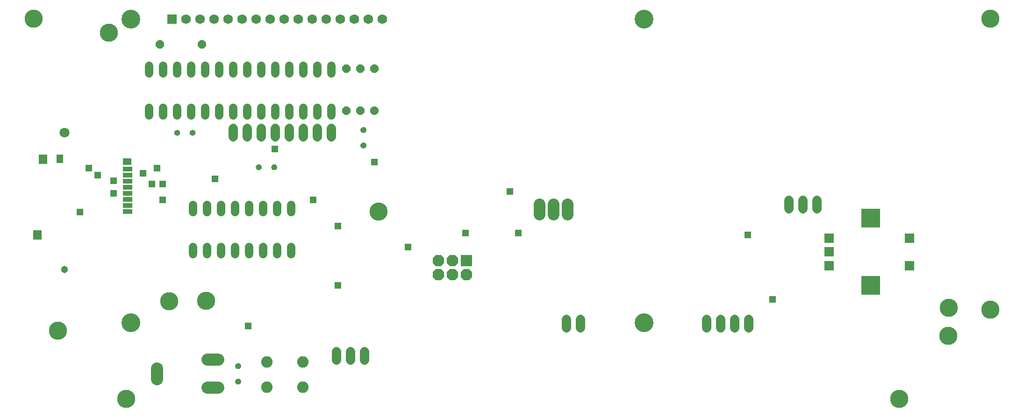
<source format=gts>
G75*
G70*
%OFA0B0*%
%FSLAX24Y24*%
%IPPOS*%
%LPD*%
%AMOC8*
5,1,8,0,0,1.08239X$1,22.5*
%
%ADD10R,0.0820X0.0820*%
%ADD11OC8,0.0820*%
%ADD12C,0.1300*%
%ADD13C,0.0680*%
%ADD14C,0.0600*%
%ADD15OC8,0.0600*%
%ADD16R,0.0674X0.0674*%
%ADD17R,0.1346X0.1346*%
%ADD18R,0.0680X0.0680*%
%ADD19C,0.0680*%
%ADD20C,0.1340*%
%ADD21C,0.0860*%
%ADD22C,0.0050*%
%ADD23C,0.0710*%
%ADD24C,0.0513*%
%ADD25R,0.0611X0.0671*%
%ADD26R,0.0474X0.0631*%
%ADD27R,0.0592X0.0474*%
%ADD28R,0.0671X0.0375*%
%ADD29C,0.0820*%
%ADD30C,0.0674*%
%ADD31C,0.0820*%
%ADD32R,0.0476X0.0476*%
D10*
X033031Y011181D03*
D11*
X032031Y011181D03*
X031031Y011181D03*
X031031Y010181D03*
X032031Y010181D03*
X033031Y010181D03*
D12*
X008781Y001306D03*
X003906Y006181D03*
X011826Y008289D03*
X014451Y008314D03*
X026781Y014681D03*
X007531Y027431D03*
X002156Y028431D03*
X067426Y007826D03*
X070406Y007681D03*
X067413Y005814D03*
X063906Y001306D03*
X070406Y028431D03*
D13*
X058031Y015481D02*
X058031Y014881D01*
X057031Y014881D02*
X057031Y015481D01*
X056031Y015481D02*
X056031Y014881D01*
X053156Y006981D02*
X053156Y006381D01*
X052156Y006381D02*
X052156Y006981D01*
X051156Y006981D02*
X051156Y006381D01*
X050156Y006381D02*
X050156Y006981D01*
X041156Y006981D02*
X041156Y006381D01*
X040156Y006381D02*
X040156Y006981D01*
X023388Y020014D02*
X023388Y020614D01*
X022388Y020614D02*
X022388Y020014D01*
X021388Y020014D02*
X021388Y020614D01*
X020388Y020614D02*
X020388Y020014D01*
X019388Y020014D02*
X019388Y020614D01*
X018388Y020614D02*
X018388Y020014D01*
X017388Y020014D02*
X017388Y020614D01*
X016388Y020614D02*
X016388Y020014D01*
D14*
X016401Y021554D02*
X016401Y022074D01*
X017401Y022074D02*
X017401Y021554D01*
X018401Y021554D02*
X018401Y022074D01*
X019401Y022074D02*
X019401Y021554D01*
X020401Y021554D02*
X020401Y022074D01*
X021401Y022074D02*
X021401Y021554D01*
X022401Y021554D02*
X022401Y022074D01*
X023401Y022074D02*
X023401Y021554D01*
X015401Y021554D02*
X015401Y022074D01*
X014401Y022074D02*
X014401Y021554D01*
X013401Y021554D02*
X013401Y022074D01*
X012401Y022074D02*
X012401Y021554D01*
X011401Y021554D02*
X011401Y022074D01*
X010401Y022074D02*
X010401Y021554D01*
X010401Y024554D02*
X010401Y025074D01*
X011401Y025074D02*
X011401Y024554D01*
X012401Y024554D02*
X012401Y025074D01*
X013401Y025074D02*
X013401Y024554D01*
X014401Y024554D02*
X014401Y025074D01*
X015401Y025074D02*
X015401Y024554D01*
X016401Y024554D02*
X016401Y025074D01*
X017401Y025074D02*
X017401Y024554D01*
X018401Y024554D02*
X018401Y025074D01*
X019401Y025074D02*
X019401Y024554D01*
X020401Y024554D02*
X020401Y025074D01*
X021401Y025074D02*
X021401Y024554D01*
X022401Y024554D02*
X022401Y025074D01*
X023401Y025074D02*
X023401Y024554D01*
X020526Y015161D02*
X020526Y014641D01*
X019526Y014641D02*
X019526Y015161D01*
X018526Y015161D02*
X018526Y014641D01*
X017526Y014641D02*
X017526Y015161D01*
X016526Y015161D02*
X016526Y014641D01*
X015526Y014641D02*
X015526Y015161D01*
X014526Y015161D02*
X014526Y014641D01*
X013526Y014641D02*
X013526Y015161D01*
X013526Y012161D02*
X013526Y011641D01*
X014526Y011641D02*
X014526Y012161D01*
X015526Y012161D02*
X015526Y011641D01*
X016526Y011641D02*
X016526Y012161D01*
X017526Y012161D02*
X017526Y011641D01*
X018526Y011641D02*
X018526Y012161D01*
X019526Y012161D02*
X019526Y011641D01*
X020526Y011641D02*
X020526Y012161D01*
D15*
X024463Y021864D03*
X025463Y021876D03*
X026451Y021889D03*
X026451Y024889D03*
X025463Y024876D03*
X024463Y024864D03*
X014163Y026614D03*
X011163Y026614D03*
D16*
X058911Y012785D03*
X058911Y011801D03*
X058911Y010817D03*
X064619Y010817D03*
X064619Y012785D03*
D17*
X061863Y014203D03*
X061863Y009400D03*
D18*
X012050Y028401D03*
D19*
X013050Y028401D03*
X014050Y028401D03*
X015050Y028401D03*
X016050Y028401D03*
X017050Y028401D03*
X018050Y028401D03*
X019050Y028401D03*
X020050Y028401D03*
X021050Y028401D03*
X022050Y028401D03*
X023050Y028401D03*
X024050Y028401D03*
X025050Y028401D03*
X026050Y028401D03*
X027050Y028401D03*
D20*
X009098Y028401D03*
X045712Y028401D03*
X045712Y006748D03*
X009098Y006748D03*
D21*
X014561Y004101D02*
X015341Y004101D01*
X010951Y003491D02*
X010951Y002711D01*
X014561Y002101D02*
X015341Y002101D01*
D22*
X016579Y002508D02*
X016573Y002548D01*
X016578Y002587D01*
X016592Y002625D01*
X016614Y002658D01*
X016642Y002685D01*
X016676Y002706D01*
X016714Y002718D01*
X016753Y002722D01*
X016791Y002717D01*
X016828Y002704D01*
X016860Y002684D01*
X016887Y002656D01*
X016908Y002623D01*
X016920Y002587D01*
X016924Y002548D01*
X016921Y002510D01*
X016909Y002474D01*
X016889Y002441D01*
X016863Y002413D01*
X016831Y002392D01*
X016795Y002378D01*
X016757Y002373D01*
X016717Y002377D01*
X016679Y002389D01*
X016644Y002409D01*
X016615Y002437D01*
X016593Y002471D01*
X016579Y002508D01*
X016920Y002508D01*
X016923Y002556D02*
X016574Y002556D01*
X016585Y002605D02*
X016914Y002605D01*
X016889Y002653D02*
X016611Y002653D01*
X016669Y002702D02*
X016832Y002702D01*
X016900Y002459D02*
X016600Y002459D01*
X016643Y002411D02*
X016860Y002411D01*
X016757Y003475D02*
X016717Y003479D01*
X016679Y003491D01*
X016644Y003511D01*
X016615Y003539D01*
X016593Y003573D01*
X016579Y003610D01*
X016573Y003650D01*
X016578Y003689D01*
X016592Y003727D01*
X016614Y003760D01*
X016642Y003787D01*
X016676Y003808D01*
X016714Y003820D01*
X016753Y003824D01*
X016791Y003819D01*
X016828Y003806D01*
X016860Y003786D01*
X016887Y003758D01*
X016908Y003725D01*
X016920Y003689D01*
X016924Y003650D01*
X016921Y003612D01*
X016909Y003576D01*
X016889Y003543D01*
X016863Y003515D01*
X016831Y003494D01*
X016795Y003480D01*
X016757Y003475D01*
X016777Y003478D02*
X016726Y003478D01*
X016628Y003526D02*
X016874Y003526D01*
X016908Y003575D02*
X016592Y003575D01*
X016577Y003623D02*
X016922Y003623D01*
X016922Y003672D02*
X016576Y003672D01*
X016590Y003720D02*
X016909Y003720D01*
X016877Y003769D02*
X016623Y003769D01*
X016705Y003817D02*
X016797Y003817D01*
X018185Y017669D02*
X018148Y017681D01*
X018115Y017700D01*
X018088Y017727D01*
X018067Y017759D01*
X018053Y017795D01*
X018048Y017833D01*
X018051Y017873D01*
X018064Y017911D01*
X018084Y017945D01*
X018112Y017975D01*
X018146Y017997D01*
X018183Y018011D01*
X018223Y018017D01*
X018262Y018011D01*
X018299Y017998D01*
X018333Y017976D01*
X018360Y017948D01*
X018381Y017914D01*
X018393Y017876D01*
X018397Y017837D01*
X018392Y017798D01*
X018379Y017762D01*
X018358Y017729D01*
X018331Y017702D01*
X018298Y017682D01*
X018261Y017670D01*
X018223Y017666D01*
X018185Y017669D01*
X018136Y017688D02*
X018308Y017688D01*
X018363Y017737D02*
X018081Y017737D01*
X018057Y017785D02*
X018388Y017785D01*
X018397Y017834D02*
X018048Y017834D01*
X018055Y017882D02*
X018391Y017882D01*
X018370Y017931D02*
X018076Y017931D01*
X018119Y017979D02*
X018328Y017979D01*
X019154Y017873D02*
X019150Y017833D01*
X019155Y017795D01*
X019169Y017759D01*
X019190Y017727D01*
X019218Y017700D01*
X019250Y017681D01*
X019287Y017669D01*
X019325Y017666D01*
X019363Y017670D01*
X019400Y017682D01*
X019433Y017702D01*
X019460Y017729D01*
X019481Y017762D01*
X019494Y017798D01*
X019499Y017837D01*
X019495Y017876D01*
X019483Y017914D01*
X019462Y017948D01*
X019435Y017976D01*
X019401Y017998D01*
X019364Y018011D01*
X019325Y018017D01*
X019285Y018011D01*
X019248Y017997D01*
X019214Y017975D01*
X019186Y017945D01*
X019166Y017911D01*
X019154Y017873D01*
X019157Y017882D02*
X019493Y017882D01*
X019499Y017834D02*
X019150Y017834D01*
X019159Y017785D02*
X019490Y017785D01*
X019465Y017737D02*
X019183Y017737D01*
X019238Y017688D02*
X019410Y017688D01*
X019472Y017931D02*
X019178Y017931D01*
X019221Y017979D02*
X019430Y017979D01*
X013656Y020224D02*
X013635Y020192D01*
X013608Y020165D01*
X013575Y020145D01*
X013538Y020132D01*
X013500Y020128D01*
X013462Y020131D01*
X013425Y020143D01*
X013393Y020163D01*
X013365Y020189D01*
X013344Y020221D01*
X013330Y020257D01*
X013325Y020295D01*
X013329Y020335D01*
X013341Y020373D01*
X013361Y020408D01*
X013389Y020437D01*
X013423Y020459D01*
X013460Y020474D01*
X013500Y020479D01*
X013539Y020474D01*
X013576Y020460D01*
X013610Y020439D01*
X013637Y020410D01*
X013658Y020376D01*
X013670Y020339D01*
X013674Y020299D01*
X013669Y020261D01*
X013656Y020224D01*
X013647Y020210D02*
X013351Y020210D01*
X013330Y020259D02*
X013669Y020259D01*
X013673Y020307D02*
X013326Y020307D01*
X013335Y020356D02*
X013664Y020356D01*
X013641Y020404D02*
X013359Y020404D01*
X013413Y020453D02*
X013588Y020453D01*
X013603Y020162D02*
X013394Y020162D01*
X012567Y020261D02*
X012554Y020224D01*
X012533Y020192D01*
X012506Y020165D01*
X012473Y020145D01*
X012436Y020132D01*
X012398Y020128D01*
X012360Y020131D01*
X012323Y020143D01*
X012290Y020163D01*
X012263Y020189D01*
X012242Y020221D01*
X012228Y020257D01*
X012223Y020295D01*
X012226Y020335D01*
X012239Y020373D01*
X012259Y020408D01*
X012287Y020437D01*
X012321Y020459D01*
X012358Y020474D01*
X012398Y020479D01*
X012437Y020474D01*
X012474Y020460D01*
X012508Y020439D01*
X012535Y020410D01*
X012556Y020376D01*
X012568Y020339D01*
X012572Y020299D01*
X012567Y020261D01*
X012567Y020259D02*
X012228Y020259D01*
X012224Y020307D02*
X012571Y020307D01*
X012562Y020356D02*
X012233Y020356D01*
X012257Y020404D02*
X012539Y020404D01*
X012486Y020453D02*
X012311Y020453D01*
X012249Y020210D02*
X012545Y020210D01*
X012501Y020162D02*
X012292Y020162D01*
X025511Y020500D02*
X025516Y020539D01*
X025529Y020577D01*
X025551Y020610D01*
X025580Y020637D01*
X025613Y020658D01*
X025651Y020670D01*
X025690Y020674D01*
X025729Y020669D01*
X025765Y020656D01*
X025798Y020636D01*
X025825Y020608D01*
X025845Y020575D01*
X025858Y020539D01*
X025862Y020500D01*
X025858Y020462D01*
X025846Y020426D01*
X025827Y020393D01*
X025800Y020365D01*
X025768Y020344D01*
X025732Y020330D01*
X025695Y020325D01*
X025654Y020329D01*
X025616Y020341D01*
X025582Y020361D01*
X025552Y020389D01*
X025530Y020423D01*
X025516Y020460D01*
X025511Y020500D01*
X025511Y020501D02*
X025861Y020501D01*
X025855Y020453D02*
X025519Y020453D01*
X025542Y020404D02*
X025834Y020404D01*
X025787Y020356D02*
X025591Y020356D01*
X025520Y020550D02*
X025854Y020550D01*
X025831Y020598D02*
X025544Y020598D01*
X025595Y020647D02*
X025780Y020647D01*
X025690Y019572D02*
X025729Y019567D01*
X025765Y019554D01*
X025798Y019534D01*
X025825Y019506D01*
X025845Y019473D01*
X025858Y019437D01*
X025862Y019398D01*
X025858Y019360D01*
X025846Y019324D01*
X025827Y019291D01*
X025800Y019263D01*
X025768Y019242D01*
X025732Y019228D01*
X025695Y019223D01*
X025654Y019227D01*
X025616Y019239D01*
X025582Y019259D01*
X025552Y019287D01*
X025530Y019321D01*
X025516Y019358D01*
X025511Y019398D01*
X025516Y019437D01*
X025529Y019475D01*
X025551Y019508D01*
X025580Y019535D01*
X025613Y019556D01*
X025651Y019568D01*
X025690Y019572D01*
X025800Y019531D02*
X025575Y019531D01*
X025535Y019483D02*
X025839Y019483D01*
X025858Y019434D02*
X025515Y019434D01*
X025512Y019386D02*
X025860Y019386D01*
X025851Y019337D02*
X025524Y019337D01*
X025551Y019289D02*
X025825Y019289D01*
X025765Y019240D02*
X025614Y019240D01*
D23*
X004363Y020314D03*
D24*
X004363Y010550D03*
D25*
X002438Y013023D03*
X002832Y018397D03*
D26*
X004023Y018456D03*
D27*
X008845Y018229D03*
D28*
X008865Y017698D03*
X008865Y017265D03*
X008865Y016832D03*
X008865Y016399D03*
X008865Y015965D03*
X008865Y015532D03*
X008865Y015099D03*
X008865Y014666D03*
D29*
X018808Y003929D03*
X021368Y003929D03*
X021368Y002149D03*
X018808Y002149D03*
D30*
X023776Y004092D02*
X023776Y004685D01*
X024776Y004685D02*
X024776Y004092D01*
X025776Y004092D02*
X025776Y004685D01*
D31*
X038226Y014476D02*
X038226Y015216D01*
X039226Y015216D02*
X039226Y014476D01*
X040226Y014476D02*
X040226Y015216D01*
D32*
X036118Y016120D03*
X036726Y013151D03*
X032976Y013151D03*
X028851Y012151D03*
X023851Y013651D03*
X022101Y015526D03*
X015101Y017026D03*
X011351Y016651D03*
X010601Y016651D03*
X009976Y017401D03*
X010976Y017776D03*
X007876Y016864D03*
X006726Y017276D03*
X006101Y017776D03*
X007851Y015976D03*
X005476Y014651D03*
X011351Y015526D03*
X019351Y019151D03*
X026463Y018226D03*
X053101Y013026D03*
X054851Y008401D03*
X023851Y009401D03*
X017476Y006526D03*
M02*

</source>
